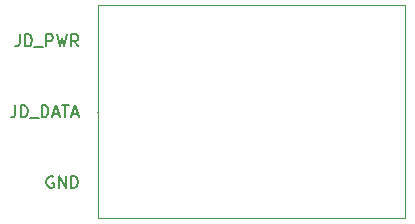
<source format=gbr>
%TF.GenerationSoftware,KiCad,Pcbnew,9.0.0*%
%TF.CreationDate,2025-02-27T17:20:43+00:00*%
%TF.ProjectId,vm_keycap_button_0.1,766d5f6b-6579-4636-9170-5f627574746f,v0.1*%
%TF.SameCoordinates,PX59a5380PY47868c0*%
%TF.FileFunction,Other,User*%
%FSLAX46Y46*%
G04 Gerber Fmt 4.6, Leading zero omitted, Abs format (unit mm)*
G04 Created by KiCad (PCBNEW 9.0.0) date 2025-02-27 17:20:43*
%MOMM*%
%LPD*%
G01*
G04 APERTURE LIST*
%ADD10C,0.100000*%
%ADD11C,0.150000*%
%ADD12C,0.130000*%
%ADD13C,0.120000*%
%ADD14C,0.110000*%
G04 APERTURE END LIST*
D10*
X-14000000Y9000000D02*
X12000000Y9000000D01*
X12000000Y-9000000D01*
X-14000000Y-9000000D01*
X-14000000Y9000000D01*
D11*
X-20976191Y545181D02*
X-20976191Y-169104D01*
X-20976191Y-169104D02*
X-21023810Y-311961D01*
X-21023810Y-311961D02*
X-21119048Y-407200D01*
X-21119048Y-407200D02*
X-21261905Y-454819D01*
X-21261905Y-454819D02*
X-21357143Y-454819D01*
X-20500000Y-454819D02*
X-20500000Y545181D01*
X-20500000Y545181D02*
X-20261905Y545181D01*
X-20261905Y545181D02*
X-20119048Y497562D01*
X-20119048Y497562D02*
X-20023810Y402324D01*
X-20023810Y402324D02*
X-19976191Y307086D01*
X-19976191Y307086D02*
X-19928572Y116610D01*
X-19928572Y116610D02*
X-19928572Y-26247D01*
X-19928572Y-26247D02*
X-19976191Y-216723D01*
X-19976191Y-216723D02*
X-20023810Y-311961D01*
X-20023810Y-311961D02*
X-20119048Y-407200D01*
X-20119048Y-407200D02*
X-20261905Y-454819D01*
X-20261905Y-454819D02*
X-20500000Y-454819D01*
X-19738095Y-550057D02*
X-18976191Y-550057D01*
X-18738095Y-454819D02*
X-18738095Y545181D01*
X-18738095Y545181D02*
X-18500000Y545181D01*
X-18500000Y545181D02*
X-18357143Y497562D01*
X-18357143Y497562D02*
X-18261905Y402324D01*
X-18261905Y402324D02*
X-18214286Y307086D01*
X-18214286Y307086D02*
X-18166667Y116610D01*
X-18166667Y116610D02*
X-18166667Y-26247D01*
X-18166667Y-26247D02*
X-18214286Y-216723D01*
X-18214286Y-216723D02*
X-18261905Y-311961D01*
X-18261905Y-311961D02*
X-18357143Y-407200D01*
X-18357143Y-407200D02*
X-18500000Y-454819D01*
X-18500000Y-454819D02*
X-18738095Y-454819D01*
X-17785714Y-169104D02*
X-17309524Y-169104D01*
X-17880952Y-454819D02*
X-17547619Y545181D01*
X-17547619Y545181D02*
X-17214286Y-454819D01*
X-17023809Y545181D02*
X-16452381Y545181D01*
X-16738095Y-454819D02*
X-16738095Y545181D01*
X-16166666Y-169104D02*
X-15690476Y-169104D01*
X-16261904Y-454819D02*
X-15928571Y545181D01*
X-15928571Y545181D02*
X-15595238Y-454819D01*
X-17761905Y-5502438D02*
X-17857143Y-5454819D01*
X-17857143Y-5454819D02*
X-18000000Y-5454819D01*
X-18000000Y-5454819D02*
X-18142857Y-5502438D01*
X-18142857Y-5502438D02*
X-18238095Y-5597676D01*
X-18238095Y-5597676D02*
X-18285714Y-5692914D01*
X-18285714Y-5692914D02*
X-18333333Y-5883390D01*
X-18333333Y-5883390D02*
X-18333333Y-6026247D01*
X-18333333Y-6026247D02*
X-18285714Y-6216723D01*
X-18285714Y-6216723D02*
X-18238095Y-6311961D01*
X-18238095Y-6311961D02*
X-18142857Y-6407200D01*
X-18142857Y-6407200D02*
X-18000000Y-6454819D01*
X-18000000Y-6454819D02*
X-17904762Y-6454819D01*
X-17904762Y-6454819D02*
X-17761905Y-6407200D01*
X-17761905Y-6407200D02*
X-17714286Y-6359580D01*
X-17714286Y-6359580D02*
X-17714286Y-6026247D01*
X-17714286Y-6026247D02*
X-17904762Y-6026247D01*
X-17285714Y-6454819D02*
X-17285714Y-5454819D01*
X-17285714Y-5454819D02*
X-16714286Y-6454819D01*
X-16714286Y-6454819D02*
X-16714286Y-5454819D01*
X-16238095Y-6454819D02*
X-16238095Y-5454819D01*
X-16238095Y-5454819D02*
X-16000000Y-5454819D01*
X-16000000Y-5454819D02*
X-15857143Y-5502438D01*
X-15857143Y-5502438D02*
X-15761905Y-5597676D01*
X-15761905Y-5597676D02*
X-15714286Y-5692914D01*
X-15714286Y-5692914D02*
X-15666667Y-5883390D01*
X-15666667Y-5883390D02*
X-15666667Y-6026247D01*
X-15666667Y-6026247D02*
X-15714286Y-6216723D01*
X-15714286Y-6216723D02*
X-15761905Y-6311961D01*
X-15761905Y-6311961D02*
X-15857143Y-6407200D01*
X-15857143Y-6407200D02*
X-16000000Y-6454819D01*
X-16000000Y-6454819D02*
X-16238095Y-6454819D01*
X-20609524Y6545181D02*
X-20609524Y5830896D01*
X-20609524Y5830896D02*
X-20657143Y5688039D01*
X-20657143Y5688039D02*
X-20752381Y5592800D01*
X-20752381Y5592800D02*
X-20895238Y5545181D01*
X-20895238Y5545181D02*
X-20990476Y5545181D01*
X-20133333Y5545181D02*
X-20133333Y6545181D01*
X-20133333Y6545181D02*
X-19895238Y6545181D01*
X-19895238Y6545181D02*
X-19752381Y6497562D01*
X-19752381Y6497562D02*
X-19657143Y6402324D01*
X-19657143Y6402324D02*
X-19609524Y6307086D01*
X-19609524Y6307086D02*
X-19561905Y6116610D01*
X-19561905Y6116610D02*
X-19561905Y5973753D01*
X-19561905Y5973753D02*
X-19609524Y5783277D01*
X-19609524Y5783277D02*
X-19657143Y5688039D01*
X-19657143Y5688039D02*
X-19752381Y5592800D01*
X-19752381Y5592800D02*
X-19895238Y5545181D01*
X-19895238Y5545181D02*
X-20133333Y5545181D01*
X-19371428Y5449943D02*
X-18609524Y5449943D01*
X-18371428Y5545181D02*
X-18371428Y6545181D01*
X-18371428Y6545181D02*
X-17990476Y6545181D01*
X-17990476Y6545181D02*
X-17895238Y6497562D01*
X-17895238Y6497562D02*
X-17847619Y6449943D01*
X-17847619Y6449943D02*
X-17800000Y6354705D01*
X-17800000Y6354705D02*
X-17800000Y6211848D01*
X-17800000Y6211848D02*
X-17847619Y6116610D01*
X-17847619Y6116610D02*
X-17895238Y6068991D01*
X-17895238Y6068991D02*
X-17990476Y6021372D01*
X-17990476Y6021372D02*
X-18371428Y6021372D01*
X-17466666Y6545181D02*
X-17228571Y5545181D01*
X-17228571Y5545181D02*
X-17038095Y6259467D01*
X-17038095Y6259467D02*
X-16847619Y5545181D01*
X-16847619Y5545181D02*
X-16609523Y6545181D01*
X-15657143Y5545181D02*
X-15990476Y6021372D01*
X-16228571Y5545181D02*
X-16228571Y6545181D01*
X-16228571Y6545181D02*
X-15847619Y6545181D01*
X-15847619Y6545181D02*
X-15752381Y6497562D01*
X-15752381Y6497562D02*
X-15704762Y6449943D01*
X-15704762Y6449943D02*
X-15657143Y6354705D01*
X-15657143Y6354705D02*
X-15657143Y6211848D01*
X-15657143Y6211848D02*
X-15704762Y6116610D01*
X-15704762Y6116610D02*
X-15752381Y6068991D01*
X-15752381Y6068991D02*
X-15847619Y6021372D01*
X-15847619Y6021372D02*
X-16228571Y6021372D01*
D12*
%TO.C,GS3*%
X-14000000Y0D02*
X-14000000Y0D01*
D13*
%TO.C,GS2*%
X-14000000Y-6000000D02*
X-14000000Y-6000000D01*
D14*
%TO.C,GS1*%
X-14000000Y6000000D02*
X-14000000Y6000000D01*
%TD*%
M02*

</source>
